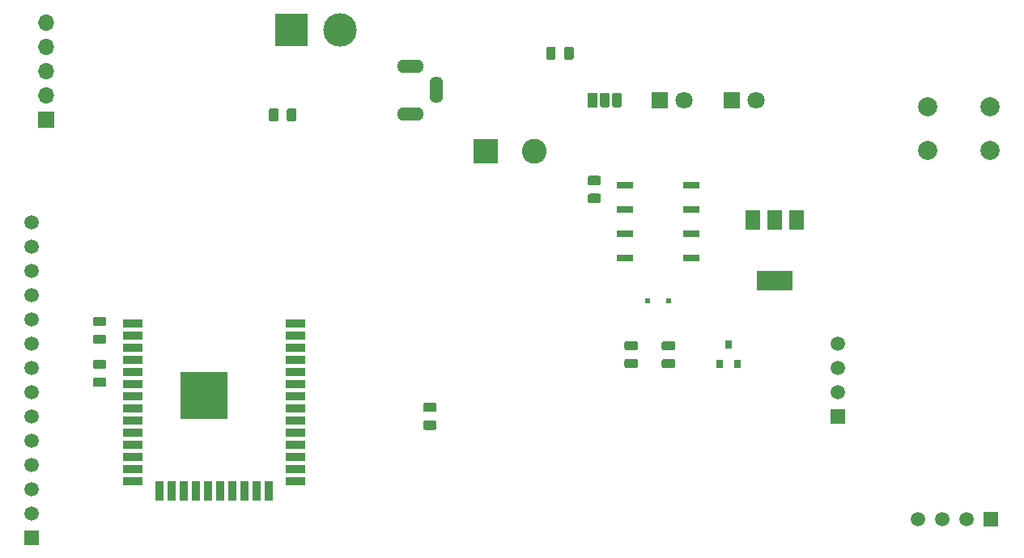
<source format=gbr>
G04 #@! TF.GenerationSoftware,KiCad,Pcbnew,5.1.5+dfsg1-2build2*
G04 #@! TF.CreationDate,2021-09-10T16:14:55+02:00*
G04 #@! TF.ProjectId,cronotempNuevo,63726f6e-6f74-4656-9d70-4e7565766f2e,rev?*
G04 #@! TF.SameCoordinates,Original*
G04 #@! TF.FileFunction,Soldermask,Top*
G04 #@! TF.FilePolarity,Negative*
%FSLAX46Y46*%
G04 Gerber Fmt 4.6, Leading zero omitted, Abs format (unit mm)*
G04 Created by KiCad (PCBNEW 5.1.5+dfsg1-2build2) date 2021-09-10 16:14:55*
%MOMM*%
%LPD*%
G04 APERTURE LIST*
%ADD10C,1.500000*%
%ADD11R,1.500000X1.500000*%
%ADD12R,1.524000X1.524000*%
%ADD13C,0.100000*%
%ADD14C,1.800000*%
%ADD15R,1.800000X1.800000*%
%ADD16R,1.700000X1.700000*%
%ADD17O,1.700000X1.700000*%
%ADD18O,2.800000X1.400000*%
%ADD19O,1.400000X2.800000*%
%ADD20C,2.600000*%
%ADD21R,2.600000X2.600000*%
%ADD22R,0.800000X0.900000*%
%ADD23C,3.500120*%
%ADD24R,3.500120X3.500120*%
%ADD25C,2.000000*%
%ADD26R,5.000000X5.000000*%
%ADD27R,2.000000X0.900000*%
%ADD28R,0.900000X2.000000*%
%ADD29R,1.800000X0.800000*%
%ADD30R,0.500000X0.500000*%
%ADD31R,3.800000X2.000000*%
%ADD32R,1.500000X2.000000*%
%ADD33R,1.050000X1.500000*%
G04 APERTURE END LIST*
D10*
X147328000Y-136470000D03*
X147328000Y-139010000D03*
X147328000Y-141550000D03*
D11*
X147300000Y-144090000D03*
D10*
X63000000Y-123770000D03*
X63000000Y-126310000D03*
X63000000Y-128850000D03*
X63000000Y-131390000D03*
X63000000Y-133930000D03*
X63000000Y-136470000D03*
X63000000Y-139010000D03*
X63000000Y-141550000D03*
X63000000Y-144090000D03*
X63000000Y-146630000D03*
X63000000Y-149170000D03*
X63000000Y-151710000D03*
X63000000Y-154250000D03*
D12*
X63000000Y-156790000D03*
D13*
G36*
X122330142Y-120801174D02*
G01*
X122353803Y-120804684D01*
X122377007Y-120810496D01*
X122399529Y-120818554D01*
X122421153Y-120828782D01*
X122441670Y-120841079D01*
X122460883Y-120855329D01*
X122478607Y-120871393D01*
X122494671Y-120889117D01*
X122508921Y-120908330D01*
X122521218Y-120928847D01*
X122531446Y-120950471D01*
X122539504Y-120972993D01*
X122545316Y-120996197D01*
X122548826Y-121019858D01*
X122550000Y-121043750D01*
X122550000Y-121531250D01*
X122548826Y-121555142D01*
X122545316Y-121578803D01*
X122539504Y-121602007D01*
X122531446Y-121624529D01*
X122521218Y-121646153D01*
X122508921Y-121666670D01*
X122494671Y-121685883D01*
X122478607Y-121703607D01*
X122460883Y-121719671D01*
X122441670Y-121733921D01*
X122421153Y-121746218D01*
X122399529Y-121756446D01*
X122377007Y-121764504D01*
X122353803Y-121770316D01*
X122330142Y-121773826D01*
X122306250Y-121775000D01*
X121393750Y-121775000D01*
X121369858Y-121773826D01*
X121346197Y-121770316D01*
X121322993Y-121764504D01*
X121300471Y-121756446D01*
X121278847Y-121746218D01*
X121258330Y-121733921D01*
X121239117Y-121719671D01*
X121221393Y-121703607D01*
X121205329Y-121685883D01*
X121191079Y-121666670D01*
X121178782Y-121646153D01*
X121168554Y-121624529D01*
X121160496Y-121602007D01*
X121154684Y-121578803D01*
X121151174Y-121555142D01*
X121150000Y-121531250D01*
X121150000Y-121043750D01*
X121151174Y-121019858D01*
X121154684Y-120996197D01*
X121160496Y-120972993D01*
X121168554Y-120950471D01*
X121178782Y-120928847D01*
X121191079Y-120908330D01*
X121205329Y-120889117D01*
X121221393Y-120871393D01*
X121239117Y-120855329D01*
X121258330Y-120841079D01*
X121278847Y-120828782D01*
X121300471Y-120818554D01*
X121322993Y-120810496D01*
X121346197Y-120804684D01*
X121369858Y-120801174D01*
X121393750Y-120800000D01*
X122306250Y-120800000D01*
X122330142Y-120801174D01*
G37*
G36*
X122330142Y-118926174D02*
G01*
X122353803Y-118929684D01*
X122377007Y-118935496D01*
X122399529Y-118943554D01*
X122421153Y-118953782D01*
X122441670Y-118966079D01*
X122460883Y-118980329D01*
X122478607Y-118996393D01*
X122494671Y-119014117D01*
X122508921Y-119033330D01*
X122521218Y-119053847D01*
X122531446Y-119075471D01*
X122539504Y-119097993D01*
X122545316Y-119121197D01*
X122548826Y-119144858D01*
X122550000Y-119168750D01*
X122550000Y-119656250D01*
X122548826Y-119680142D01*
X122545316Y-119703803D01*
X122539504Y-119727007D01*
X122531446Y-119749529D01*
X122521218Y-119771153D01*
X122508921Y-119791670D01*
X122494671Y-119810883D01*
X122478607Y-119828607D01*
X122460883Y-119844671D01*
X122441670Y-119858921D01*
X122421153Y-119871218D01*
X122399529Y-119881446D01*
X122377007Y-119889504D01*
X122353803Y-119895316D01*
X122330142Y-119898826D01*
X122306250Y-119900000D01*
X121393750Y-119900000D01*
X121369858Y-119898826D01*
X121346197Y-119895316D01*
X121322993Y-119889504D01*
X121300471Y-119881446D01*
X121278847Y-119871218D01*
X121258330Y-119858921D01*
X121239117Y-119844671D01*
X121221393Y-119828607D01*
X121205329Y-119810883D01*
X121191079Y-119791670D01*
X121178782Y-119771153D01*
X121168554Y-119749529D01*
X121160496Y-119727007D01*
X121154684Y-119703803D01*
X121151174Y-119680142D01*
X121150000Y-119656250D01*
X121150000Y-119168750D01*
X121151174Y-119144858D01*
X121154684Y-119121197D01*
X121160496Y-119097993D01*
X121168554Y-119075471D01*
X121178782Y-119053847D01*
X121191079Y-119033330D01*
X121205329Y-119014117D01*
X121221393Y-118996393D01*
X121239117Y-118980329D01*
X121258330Y-118966079D01*
X121278847Y-118953782D01*
X121300471Y-118943554D01*
X121322993Y-118935496D01*
X121346197Y-118929684D01*
X121369858Y-118926174D01*
X121393750Y-118925000D01*
X122306250Y-118925000D01*
X122330142Y-118926174D01*
G37*
D14*
X131240000Y-111000000D03*
D15*
X128700000Y-111000000D03*
D16*
X64516000Y-113030000D03*
D17*
X64516000Y-110490000D03*
X64516000Y-107950000D03*
X64516000Y-105410000D03*
X64516000Y-102870000D03*
D13*
G36*
X70580142Y-135551174D02*
G01*
X70603803Y-135554684D01*
X70627007Y-135560496D01*
X70649529Y-135568554D01*
X70671153Y-135578782D01*
X70691670Y-135591079D01*
X70710883Y-135605329D01*
X70728607Y-135621393D01*
X70744671Y-135639117D01*
X70758921Y-135658330D01*
X70771218Y-135678847D01*
X70781446Y-135700471D01*
X70789504Y-135722993D01*
X70795316Y-135746197D01*
X70798826Y-135769858D01*
X70800000Y-135793750D01*
X70800000Y-136281250D01*
X70798826Y-136305142D01*
X70795316Y-136328803D01*
X70789504Y-136352007D01*
X70781446Y-136374529D01*
X70771218Y-136396153D01*
X70758921Y-136416670D01*
X70744671Y-136435883D01*
X70728607Y-136453607D01*
X70710883Y-136469671D01*
X70691670Y-136483921D01*
X70671153Y-136496218D01*
X70649529Y-136506446D01*
X70627007Y-136514504D01*
X70603803Y-136520316D01*
X70580142Y-136523826D01*
X70556250Y-136525000D01*
X69643750Y-136525000D01*
X69619858Y-136523826D01*
X69596197Y-136520316D01*
X69572993Y-136514504D01*
X69550471Y-136506446D01*
X69528847Y-136496218D01*
X69508330Y-136483921D01*
X69489117Y-136469671D01*
X69471393Y-136453607D01*
X69455329Y-136435883D01*
X69441079Y-136416670D01*
X69428782Y-136396153D01*
X69418554Y-136374529D01*
X69410496Y-136352007D01*
X69404684Y-136328803D01*
X69401174Y-136305142D01*
X69400000Y-136281250D01*
X69400000Y-135793750D01*
X69401174Y-135769858D01*
X69404684Y-135746197D01*
X69410496Y-135722993D01*
X69418554Y-135700471D01*
X69428782Y-135678847D01*
X69441079Y-135658330D01*
X69455329Y-135639117D01*
X69471393Y-135621393D01*
X69489117Y-135605329D01*
X69508330Y-135591079D01*
X69528847Y-135578782D01*
X69550471Y-135568554D01*
X69572993Y-135560496D01*
X69596197Y-135554684D01*
X69619858Y-135551174D01*
X69643750Y-135550000D01*
X70556250Y-135550000D01*
X70580142Y-135551174D01*
G37*
G36*
X70580142Y-133676174D02*
G01*
X70603803Y-133679684D01*
X70627007Y-133685496D01*
X70649529Y-133693554D01*
X70671153Y-133703782D01*
X70691670Y-133716079D01*
X70710883Y-133730329D01*
X70728607Y-133746393D01*
X70744671Y-133764117D01*
X70758921Y-133783330D01*
X70771218Y-133803847D01*
X70781446Y-133825471D01*
X70789504Y-133847993D01*
X70795316Y-133871197D01*
X70798826Y-133894858D01*
X70800000Y-133918750D01*
X70800000Y-134406250D01*
X70798826Y-134430142D01*
X70795316Y-134453803D01*
X70789504Y-134477007D01*
X70781446Y-134499529D01*
X70771218Y-134521153D01*
X70758921Y-134541670D01*
X70744671Y-134560883D01*
X70728607Y-134578607D01*
X70710883Y-134594671D01*
X70691670Y-134608921D01*
X70671153Y-134621218D01*
X70649529Y-134631446D01*
X70627007Y-134639504D01*
X70603803Y-134645316D01*
X70580142Y-134648826D01*
X70556250Y-134650000D01*
X69643750Y-134650000D01*
X69619858Y-134648826D01*
X69596197Y-134645316D01*
X69572993Y-134639504D01*
X69550471Y-134631446D01*
X69528847Y-134621218D01*
X69508330Y-134608921D01*
X69489117Y-134594671D01*
X69471393Y-134578607D01*
X69455329Y-134560883D01*
X69441079Y-134541670D01*
X69428782Y-134521153D01*
X69418554Y-134499529D01*
X69410496Y-134477007D01*
X69404684Y-134453803D01*
X69401174Y-134430142D01*
X69400000Y-134406250D01*
X69400000Y-133918750D01*
X69401174Y-133894858D01*
X69404684Y-133871197D01*
X69410496Y-133847993D01*
X69418554Y-133825471D01*
X69428782Y-133803847D01*
X69441079Y-133783330D01*
X69455329Y-133764117D01*
X69471393Y-133746393D01*
X69489117Y-133730329D01*
X69508330Y-133716079D01*
X69528847Y-133703782D01*
X69550471Y-133693554D01*
X69572993Y-133685496D01*
X69596197Y-133679684D01*
X69619858Y-133676174D01*
X69643750Y-133675000D01*
X70556250Y-133675000D01*
X70580142Y-133676174D01*
G37*
G36*
X117580142Y-105401174D02*
G01*
X117603803Y-105404684D01*
X117627007Y-105410496D01*
X117649529Y-105418554D01*
X117671153Y-105428782D01*
X117691670Y-105441079D01*
X117710883Y-105455329D01*
X117728607Y-105471393D01*
X117744671Y-105489117D01*
X117758921Y-105508330D01*
X117771218Y-105528847D01*
X117781446Y-105550471D01*
X117789504Y-105572993D01*
X117795316Y-105596197D01*
X117798826Y-105619858D01*
X117800000Y-105643750D01*
X117800000Y-106556250D01*
X117798826Y-106580142D01*
X117795316Y-106603803D01*
X117789504Y-106627007D01*
X117781446Y-106649529D01*
X117771218Y-106671153D01*
X117758921Y-106691670D01*
X117744671Y-106710883D01*
X117728607Y-106728607D01*
X117710883Y-106744671D01*
X117691670Y-106758921D01*
X117671153Y-106771218D01*
X117649529Y-106781446D01*
X117627007Y-106789504D01*
X117603803Y-106795316D01*
X117580142Y-106798826D01*
X117556250Y-106800000D01*
X117068750Y-106800000D01*
X117044858Y-106798826D01*
X117021197Y-106795316D01*
X116997993Y-106789504D01*
X116975471Y-106781446D01*
X116953847Y-106771218D01*
X116933330Y-106758921D01*
X116914117Y-106744671D01*
X116896393Y-106728607D01*
X116880329Y-106710883D01*
X116866079Y-106691670D01*
X116853782Y-106671153D01*
X116843554Y-106649529D01*
X116835496Y-106627007D01*
X116829684Y-106603803D01*
X116826174Y-106580142D01*
X116825000Y-106556250D01*
X116825000Y-105643750D01*
X116826174Y-105619858D01*
X116829684Y-105596197D01*
X116835496Y-105572993D01*
X116843554Y-105550471D01*
X116853782Y-105528847D01*
X116866079Y-105508330D01*
X116880329Y-105489117D01*
X116896393Y-105471393D01*
X116914117Y-105455329D01*
X116933330Y-105441079D01*
X116953847Y-105428782D01*
X116975471Y-105418554D01*
X116997993Y-105410496D01*
X117021197Y-105404684D01*
X117044858Y-105401174D01*
X117068750Y-105400000D01*
X117556250Y-105400000D01*
X117580142Y-105401174D01*
G37*
G36*
X119455142Y-105401174D02*
G01*
X119478803Y-105404684D01*
X119502007Y-105410496D01*
X119524529Y-105418554D01*
X119546153Y-105428782D01*
X119566670Y-105441079D01*
X119585883Y-105455329D01*
X119603607Y-105471393D01*
X119619671Y-105489117D01*
X119633921Y-105508330D01*
X119646218Y-105528847D01*
X119656446Y-105550471D01*
X119664504Y-105572993D01*
X119670316Y-105596197D01*
X119673826Y-105619858D01*
X119675000Y-105643750D01*
X119675000Y-106556250D01*
X119673826Y-106580142D01*
X119670316Y-106603803D01*
X119664504Y-106627007D01*
X119656446Y-106649529D01*
X119646218Y-106671153D01*
X119633921Y-106691670D01*
X119619671Y-106710883D01*
X119603607Y-106728607D01*
X119585883Y-106744671D01*
X119566670Y-106758921D01*
X119546153Y-106771218D01*
X119524529Y-106781446D01*
X119502007Y-106789504D01*
X119478803Y-106795316D01*
X119455142Y-106798826D01*
X119431250Y-106800000D01*
X118943750Y-106800000D01*
X118919858Y-106798826D01*
X118896197Y-106795316D01*
X118872993Y-106789504D01*
X118850471Y-106781446D01*
X118828847Y-106771218D01*
X118808330Y-106758921D01*
X118789117Y-106744671D01*
X118771393Y-106728607D01*
X118755329Y-106710883D01*
X118741079Y-106691670D01*
X118728782Y-106671153D01*
X118718554Y-106649529D01*
X118710496Y-106627007D01*
X118704684Y-106603803D01*
X118701174Y-106580142D01*
X118700000Y-106556250D01*
X118700000Y-105643750D01*
X118701174Y-105619858D01*
X118704684Y-105596197D01*
X118710496Y-105572993D01*
X118718554Y-105550471D01*
X118728782Y-105528847D01*
X118741079Y-105508330D01*
X118755329Y-105489117D01*
X118771393Y-105471393D01*
X118789117Y-105455329D01*
X118808330Y-105441079D01*
X118828847Y-105428782D01*
X118850471Y-105418554D01*
X118872993Y-105410496D01*
X118896197Y-105404684D01*
X118919858Y-105401174D01*
X118943750Y-105400000D01*
X119431250Y-105400000D01*
X119455142Y-105401174D01*
G37*
D18*
X102616000Y-112442000D03*
X102616000Y-107442000D03*
D19*
X105316000Y-109942000D03*
D13*
G36*
X70580142Y-140051174D02*
G01*
X70603803Y-140054684D01*
X70627007Y-140060496D01*
X70649529Y-140068554D01*
X70671153Y-140078782D01*
X70691670Y-140091079D01*
X70710883Y-140105329D01*
X70728607Y-140121393D01*
X70744671Y-140139117D01*
X70758921Y-140158330D01*
X70771218Y-140178847D01*
X70781446Y-140200471D01*
X70789504Y-140222993D01*
X70795316Y-140246197D01*
X70798826Y-140269858D01*
X70800000Y-140293750D01*
X70800000Y-140781250D01*
X70798826Y-140805142D01*
X70795316Y-140828803D01*
X70789504Y-140852007D01*
X70781446Y-140874529D01*
X70771218Y-140896153D01*
X70758921Y-140916670D01*
X70744671Y-140935883D01*
X70728607Y-140953607D01*
X70710883Y-140969671D01*
X70691670Y-140983921D01*
X70671153Y-140996218D01*
X70649529Y-141006446D01*
X70627007Y-141014504D01*
X70603803Y-141020316D01*
X70580142Y-141023826D01*
X70556250Y-141025000D01*
X69643750Y-141025000D01*
X69619858Y-141023826D01*
X69596197Y-141020316D01*
X69572993Y-141014504D01*
X69550471Y-141006446D01*
X69528847Y-140996218D01*
X69508330Y-140983921D01*
X69489117Y-140969671D01*
X69471393Y-140953607D01*
X69455329Y-140935883D01*
X69441079Y-140916670D01*
X69428782Y-140896153D01*
X69418554Y-140874529D01*
X69410496Y-140852007D01*
X69404684Y-140828803D01*
X69401174Y-140805142D01*
X69400000Y-140781250D01*
X69400000Y-140293750D01*
X69401174Y-140269858D01*
X69404684Y-140246197D01*
X69410496Y-140222993D01*
X69418554Y-140200471D01*
X69428782Y-140178847D01*
X69441079Y-140158330D01*
X69455329Y-140139117D01*
X69471393Y-140121393D01*
X69489117Y-140105329D01*
X69508330Y-140091079D01*
X69528847Y-140078782D01*
X69550471Y-140068554D01*
X69572993Y-140060496D01*
X69596197Y-140054684D01*
X69619858Y-140051174D01*
X69643750Y-140050000D01*
X70556250Y-140050000D01*
X70580142Y-140051174D01*
G37*
G36*
X70580142Y-138176174D02*
G01*
X70603803Y-138179684D01*
X70627007Y-138185496D01*
X70649529Y-138193554D01*
X70671153Y-138203782D01*
X70691670Y-138216079D01*
X70710883Y-138230329D01*
X70728607Y-138246393D01*
X70744671Y-138264117D01*
X70758921Y-138283330D01*
X70771218Y-138303847D01*
X70781446Y-138325471D01*
X70789504Y-138347993D01*
X70795316Y-138371197D01*
X70798826Y-138394858D01*
X70800000Y-138418750D01*
X70800000Y-138906250D01*
X70798826Y-138930142D01*
X70795316Y-138953803D01*
X70789504Y-138977007D01*
X70781446Y-138999529D01*
X70771218Y-139021153D01*
X70758921Y-139041670D01*
X70744671Y-139060883D01*
X70728607Y-139078607D01*
X70710883Y-139094671D01*
X70691670Y-139108921D01*
X70671153Y-139121218D01*
X70649529Y-139131446D01*
X70627007Y-139139504D01*
X70603803Y-139145316D01*
X70580142Y-139148826D01*
X70556250Y-139150000D01*
X69643750Y-139150000D01*
X69619858Y-139148826D01*
X69596197Y-139145316D01*
X69572993Y-139139504D01*
X69550471Y-139131446D01*
X69528847Y-139121218D01*
X69508330Y-139108921D01*
X69489117Y-139094671D01*
X69471393Y-139078607D01*
X69455329Y-139060883D01*
X69441079Y-139041670D01*
X69428782Y-139021153D01*
X69418554Y-138999529D01*
X69410496Y-138977007D01*
X69404684Y-138953803D01*
X69401174Y-138930142D01*
X69400000Y-138906250D01*
X69400000Y-138418750D01*
X69401174Y-138394858D01*
X69404684Y-138371197D01*
X69410496Y-138347993D01*
X69418554Y-138325471D01*
X69428782Y-138303847D01*
X69441079Y-138283330D01*
X69455329Y-138264117D01*
X69471393Y-138246393D01*
X69489117Y-138230329D01*
X69508330Y-138216079D01*
X69528847Y-138203782D01*
X69550471Y-138193554D01*
X69572993Y-138185496D01*
X69596197Y-138179684D01*
X69619858Y-138176174D01*
X69643750Y-138175000D01*
X70556250Y-138175000D01*
X70580142Y-138176174D01*
G37*
D20*
X115570000Y-116332000D03*
D21*
X110490000Y-116332000D03*
D22*
X135900000Y-136600000D03*
X136850000Y-138600000D03*
X134950000Y-138600000D03*
D23*
X95250000Y-103632000D03*
D24*
X90170000Y-103632000D03*
D14*
X138770000Y-111000000D03*
D15*
X136230000Y-111000000D03*
D25*
X156750000Y-111740000D03*
X156750000Y-116240000D03*
X163250000Y-111740000D03*
X163250000Y-116240000D03*
D26*
X81050000Y-141900000D03*
D27*
X73550000Y-134400000D03*
X73550000Y-135670000D03*
X73550000Y-136940000D03*
X73550000Y-138210000D03*
X73550000Y-139480000D03*
X73550000Y-140750000D03*
X73550000Y-142020000D03*
X73550000Y-143290000D03*
X73550000Y-144560000D03*
X73550000Y-145830000D03*
X73550000Y-147100000D03*
X73550000Y-148370000D03*
X73550000Y-149640000D03*
X73550000Y-150910000D03*
D28*
X76335000Y-151910000D03*
X77605000Y-151910000D03*
X78875000Y-151910000D03*
X80145000Y-151910000D03*
X81415000Y-151910000D03*
X82685000Y-151910000D03*
X83955000Y-151910000D03*
X85225000Y-151910000D03*
X86495000Y-151910000D03*
X87765000Y-151910000D03*
D27*
X90550000Y-150910000D03*
X90550000Y-149640000D03*
X90550000Y-148370000D03*
X90550000Y-147100000D03*
X90550000Y-145830000D03*
X90550000Y-144560000D03*
X90550000Y-143290000D03*
X90550000Y-142020000D03*
X90550000Y-140750000D03*
X90550000Y-139480000D03*
X90550000Y-138210000D03*
X90550000Y-136940000D03*
X90550000Y-135670000D03*
X90550000Y-134400000D03*
D11*
X163350000Y-154900000D03*
D10*
X160810000Y-154900000D03*
X158270000Y-154900000D03*
X155730000Y-154900000D03*
D13*
G36*
X88580142Y-111851174D02*
G01*
X88603803Y-111854684D01*
X88627007Y-111860496D01*
X88649529Y-111868554D01*
X88671153Y-111878782D01*
X88691670Y-111891079D01*
X88710883Y-111905329D01*
X88728607Y-111921393D01*
X88744671Y-111939117D01*
X88758921Y-111958330D01*
X88771218Y-111978847D01*
X88781446Y-112000471D01*
X88789504Y-112022993D01*
X88795316Y-112046197D01*
X88798826Y-112069858D01*
X88800000Y-112093750D01*
X88800000Y-113006250D01*
X88798826Y-113030142D01*
X88795316Y-113053803D01*
X88789504Y-113077007D01*
X88781446Y-113099529D01*
X88771218Y-113121153D01*
X88758921Y-113141670D01*
X88744671Y-113160883D01*
X88728607Y-113178607D01*
X88710883Y-113194671D01*
X88691670Y-113208921D01*
X88671153Y-113221218D01*
X88649529Y-113231446D01*
X88627007Y-113239504D01*
X88603803Y-113245316D01*
X88580142Y-113248826D01*
X88556250Y-113250000D01*
X88068750Y-113250000D01*
X88044858Y-113248826D01*
X88021197Y-113245316D01*
X87997993Y-113239504D01*
X87975471Y-113231446D01*
X87953847Y-113221218D01*
X87933330Y-113208921D01*
X87914117Y-113194671D01*
X87896393Y-113178607D01*
X87880329Y-113160883D01*
X87866079Y-113141670D01*
X87853782Y-113121153D01*
X87843554Y-113099529D01*
X87835496Y-113077007D01*
X87829684Y-113053803D01*
X87826174Y-113030142D01*
X87825000Y-113006250D01*
X87825000Y-112093750D01*
X87826174Y-112069858D01*
X87829684Y-112046197D01*
X87835496Y-112022993D01*
X87843554Y-112000471D01*
X87853782Y-111978847D01*
X87866079Y-111958330D01*
X87880329Y-111939117D01*
X87896393Y-111921393D01*
X87914117Y-111905329D01*
X87933330Y-111891079D01*
X87953847Y-111878782D01*
X87975471Y-111868554D01*
X87997993Y-111860496D01*
X88021197Y-111854684D01*
X88044858Y-111851174D01*
X88068750Y-111850000D01*
X88556250Y-111850000D01*
X88580142Y-111851174D01*
G37*
G36*
X90455142Y-111851174D02*
G01*
X90478803Y-111854684D01*
X90502007Y-111860496D01*
X90524529Y-111868554D01*
X90546153Y-111878782D01*
X90566670Y-111891079D01*
X90585883Y-111905329D01*
X90603607Y-111921393D01*
X90619671Y-111939117D01*
X90633921Y-111958330D01*
X90646218Y-111978847D01*
X90656446Y-112000471D01*
X90664504Y-112022993D01*
X90670316Y-112046197D01*
X90673826Y-112069858D01*
X90675000Y-112093750D01*
X90675000Y-113006250D01*
X90673826Y-113030142D01*
X90670316Y-113053803D01*
X90664504Y-113077007D01*
X90656446Y-113099529D01*
X90646218Y-113121153D01*
X90633921Y-113141670D01*
X90619671Y-113160883D01*
X90603607Y-113178607D01*
X90585883Y-113194671D01*
X90566670Y-113208921D01*
X90546153Y-113221218D01*
X90524529Y-113231446D01*
X90502007Y-113239504D01*
X90478803Y-113245316D01*
X90455142Y-113248826D01*
X90431250Y-113250000D01*
X89943750Y-113250000D01*
X89919858Y-113248826D01*
X89896197Y-113245316D01*
X89872993Y-113239504D01*
X89850471Y-113231446D01*
X89828847Y-113221218D01*
X89808330Y-113208921D01*
X89789117Y-113194671D01*
X89771393Y-113178607D01*
X89755329Y-113160883D01*
X89741079Y-113141670D01*
X89728782Y-113121153D01*
X89718554Y-113099529D01*
X89710496Y-113077007D01*
X89704684Y-113053803D01*
X89701174Y-113030142D01*
X89700000Y-113006250D01*
X89700000Y-112093750D01*
X89701174Y-112069858D01*
X89704684Y-112046197D01*
X89710496Y-112022993D01*
X89718554Y-112000471D01*
X89728782Y-111978847D01*
X89741079Y-111958330D01*
X89755329Y-111939117D01*
X89771393Y-111921393D01*
X89789117Y-111905329D01*
X89808330Y-111891079D01*
X89828847Y-111878782D01*
X89850471Y-111868554D01*
X89872993Y-111860496D01*
X89896197Y-111854684D01*
X89919858Y-111851174D01*
X89943750Y-111850000D01*
X90431250Y-111850000D01*
X90455142Y-111851174D01*
G37*
G36*
X126180142Y-136226174D02*
G01*
X126203803Y-136229684D01*
X126227007Y-136235496D01*
X126249529Y-136243554D01*
X126271153Y-136253782D01*
X126291670Y-136266079D01*
X126310883Y-136280329D01*
X126328607Y-136296393D01*
X126344671Y-136314117D01*
X126358921Y-136333330D01*
X126371218Y-136353847D01*
X126381446Y-136375471D01*
X126389504Y-136397993D01*
X126395316Y-136421197D01*
X126398826Y-136444858D01*
X126400000Y-136468750D01*
X126400000Y-136956250D01*
X126398826Y-136980142D01*
X126395316Y-137003803D01*
X126389504Y-137027007D01*
X126381446Y-137049529D01*
X126371218Y-137071153D01*
X126358921Y-137091670D01*
X126344671Y-137110883D01*
X126328607Y-137128607D01*
X126310883Y-137144671D01*
X126291670Y-137158921D01*
X126271153Y-137171218D01*
X126249529Y-137181446D01*
X126227007Y-137189504D01*
X126203803Y-137195316D01*
X126180142Y-137198826D01*
X126156250Y-137200000D01*
X125243750Y-137200000D01*
X125219858Y-137198826D01*
X125196197Y-137195316D01*
X125172993Y-137189504D01*
X125150471Y-137181446D01*
X125128847Y-137171218D01*
X125108330Y-137158921D01*
X125089117Y-137144671D01*
X125071393Y-137128607D01*
X125055329Y-137110883D01*
X125041079Y-137091670D01*
X125028782Y-137071153D01*
X125018554Y-137049529D01*
X125010496Y-137027007D01*
X125004684Y-137003803D01*
X125001174Y-136980142D01*
X125000000Y-136956250D01*
X125000000Y-136468750D01*
X125001174Y-136444858D01*
X125004684Y-136421197D01*
X125010496Y-136397993D01*
X125018554Y-136375471D01*
X125028782Y-136353847D01*
X125041079Y-136333330D01*
X125055329Y-136314117D01*
X125071393Y-136296393D01*
X125089117Y-136280329D01*
X125108330Y-136266079D01*
X125128847Y-136253782D01*
X125150471Y-136243554D01*
X125172993Y-136235496D01*
X125196197Y-136229684D01*
X125219858Y-136226174D01*
X125243750Y-136225000D01*
X126156250Y-136225000D01*
X126180142Y-136226174D01*
G37*
G36*
X126180142Y-138101174D02*
G01*
X126203803Y-138104684D01*
X126227007Y-138110496D01*
X126249529Y-138118554D01*
X126271153Y-138128782D01*
X126291670Y-138141079D01*
X126310883Y-138155329D01*
X126328607Y-138171393D01*
X126344671Y-138189117D01*
X126358921Y-138208330D01*
X126371218Y-138228847D01*
X126381446Y-138250471D01*
X126389504Y-138272993D01*
X126395316Y-138296197D01*
X126398826Y-138319858D01*
X126400000Y-138343750D01*
X126400000Y-138831250D01*
X126398826Y-138855142D01*
X126395316Y-138878803D01*
X126389504Y-138902007D01*
X126381446Y-138924529D01*
X126371218Y-138946153D01*
X126358921Y-138966670D01*
X126344671Y-138985883D01*
X126328607Y-139003607D01*
X126310883Y-139019671D01*
X126291670Y-139033921D01*
X126271153Y-139046218D01*
X126249529Y-139056446D01*
X126227007Y-139064504D01*
X126203803Y-139070316D01*
X126180142Y-139073826D01*
X126156250Y-139075000D01*
X125243750Y-139075000D01*
X125219858Y-139073826D01*
X125196197Y-139070316D01*
X125172993Y-139064504D01*
X125150471Y-139056446D01*
X125128847Y-139046218D01*
X125108330Y-139033921D01*
X125089117Y-139019671D01*
X125071393Y-139003607D01*
X125055329Y-138985883D01*
X125041079Y-138966670D01*
X125028782Y-138946153D01*
X125018554Y-138924529D01*
X125010496Y-138902007D01*
X125004684Y-138878803D01*
X125001174Y-138855142D01*
X125000000Y-138831250D01*
X125000000Y-138343750D01*
X125001174Y-138319858D01*
X125004684Y-138296197D01*
X125010496Y-138272993D01*
X125018554Y-138250471D01*
X125028782Y-138228847D01*
X125041079Y-138208330D01*
X125055329Y-138189117D01*
X125071393Y-138171393D01*
X125089117Y-138155329D01*
X125108330Y-138141079D01*
X125128847Y-138128782D01*
X125150471Y-138118554D01*
X125172993Y-138110496D01*
X125196197Y-138104684D01*
X125219858Y-138101174D01*
X125243750Y-138100000D01*
X126156250Y-138100000D01*
X126180142Y-138101174D01*
G37*
G36*
X130080142Y-136226174D02*
G01*
X130103803Y-136229684D01*
X130127007Y-136235496D01*
X130149529Y-136243554D01*
X130171153Y-136253782D01*
X130191670Y-136266079D01*
X130210883Y-136280329D01*
X130228607Y-136296393D01*
X130244671Y-136314117D01*
X130258921Y-136333330D01*
X130271218Y-136353847D01*
X130281446Y-136375471D01*
X130289504Y-136397993D01*
X130295316Y-136421197D01*
X130298826Y-136444858D01*
X130300000Y-136468750D01*
X130300000Y-136956250D01*
X130298826Y-136980142D01*
X130295316Y-137003803D01*
X130289504Y-137027007D01*
X130281446Y-137049529D01*
X130271218Y-137071153D01*
X130258921Y-137091670D01*
X130244671Y-137110883D01*
X130228607Y-137128607D01*
X130210883Y-137144671D01*
X130191670Y-137158921D01*
X130171153Y-137171218D01*
X130149529Y-137181446D01*
X130127007Y-137189504D01*
X130103803Y-137195316D01*
X130080142Y-137198826D01*
X130056250Y-137200000D01*
X129143750Y-137200000D01*
X129119858Y-137198826D01*
X129096197Y-137195316D01*
X129072993Y-137189504D01*
X129050471Y-137181446D01*
X129028847Y-137171218D01*
X129008330Y-137158921D01*
X128989117Y-137144671D01*
X128971393Y-137128607D01*
X128955329Y-137110883D01*
X128941079Y-137091670D01*
X128928782Y-137071153D01*
X128918554Y-137049529D01*
X128910496Y-137027007D01*
X128904684Y-137003803D01*
X128901174Y-136980142D01*
X128900000Y-136956250D01*
X128900000Y-136468750D01*
X128901174Y-136444858D01*
X128904684Y-136421197D01*
X128910496Y-136397993D01*
X128918554Y-136375471D01*
X128928782Y-136353847D01*
X128941079Y-136333330D01*
X128955329Y-136314117D01*
X128971393Y-136296393D01*
X128989117Y-136280329D01*
X129008330Y-136266079D01*
X129028847Y-136253782D01*
X129050471Y-136243554D01*
X129072993Y-136235496D01*
X129096197Y-136229684D01*
X129119858Y-136226174D01*
X129143750Y-136225000D01*
X130056250Y-136225000D01*
X130080142Y-136226174D01*
G37*
G36*
X130080142Y-138101174D02*
G01*
X130103803Y-138104684D01*
X130127007Y-138110496D01*
X130149529Y-138118554D01*
X130171153Y-138128782D01*
X130191670Y-138141079D01*
X130210883Y-138155329D01*
X130228607Y-138171393D01*
X130244671Y-138189117D01*
X130258921Y-138208330D01*
X130271218Y-138228847D01*
X130281446Y-138250471D01*
X130289504Y-138272993D01*
X130295316Y-138296197D01*
X130298826Y-138319858D01*
X130300000Y-138343750D01*
X130300000Y-138831250D01*
X130298826Y-138855142D01*
X130295316Y-138878803D01*
X130289504Y-138902007D01*
X130281446Y-138924529D01*
X130271218Y-138946153D01*
X130258921Y-138966670D01*
X130244671Y-138985883D01*
X130228607Y-139003607D01*
X130210883Y-139019671D01*
X130191670Y-139033921D01*
X130171153Y-139046218D01*
X130149529Y-139056446D01*
X130127007Y-139064504D01*
X130103803Y-139070316D01*
X130080142Y-139073826D01*
X130056250Y-139075000D01*
X129143750Y-139075000D01*
X129119858Y-139073826D01*
X129096197Y-139070316D01*
X129072993Y-139064504D01*
X129050471Y-139056446D01*
X129028847Y-139046218D01*
X129008330Y-139033921D01*
X128989117Y-139019671D01*
X128971393Y-139003607D01*
X128955329Y-138985883D01*
X128941079Y-138966670D01*
X128928782Y-138946153D01*
X128918554Y-138924529D01*
X128910496Y-138902007D01*
X128904684Y-138878803D01*
X128901174Y-138855142D01*
X128900000Y-138831250D01*
X128900000Y-138343750D01*
X128901174Y-138319858D01*
X128904684Y-138296197D01*
X128910496Y-138272993D01*
X128918554Y-138250471D01*
X128928782Y-138228847D01*
X128941079Y-138208330D01*
X128955329Y-138189117D01*
X128971393Y-138171393D01*
X128989117Y-138155329D01*
X129008330Y-138141079D01*
X129028847Y-138128782D01*
X129050471Y-138118554D01*
X129072993Y-138110496D01*
X129096197Y-138104684D01*
X129119858Y-138101174D01*
X129143750Y-138100000D01*
X130056250Y-138100000D01*
X130080142Y-138101174D01*
G37*
G36*
X105130142Y-144551174D02*
G01*
X105153803Y-144554684D01*
X105177007Y-144560496D01*
X105199529Y-144568554D01*
X105221153Y-144578782D01*
X105241670Y-144591079D01*
X105260883Y-144605329D01*
X105278607Y-144621393D01*
X105294671Y-144639117D01*
X105308921Y-144658330D01*
X105321218Y-144678847D01*
X105331446Y-144700471D01*
X105339504Y-144722993D01*
X105345316Y-144746197D01*
X105348826Y-144769858D01*
X105350000Y-144793750D01*
X105350000Y-145281250D01*
X105348826Y-145305142D01*
X105345316Y-145328803D01*
X105339504Y-145352007D01*
X105331446Y-145374529D01*
X105321218Y-145396153D01*
X105308921Y-145416670D01*
X105294671Y-145435883D01*
X105278607Y-145453607D01*
X105260883Y-145469671D01*
X105241670Y-145483921D01*
X105221153Y-145496218D01*
X105199529Y-145506446D01*
X105177007Y-145514504D01*
X105153803Y-145520316D01*
X105130142Y-145523826D01*
X105106250Y-145525000D01*
X104193750Y-145525000D01*
X104169858Y-145523826D01*
X104146197Y-145520316D01*
X104122993Y-145514504D01*
X104100471Y-145506446D01*
X104078847Y-145496218D01*
X104058330Y-145483921D01*
X104039117Y-145469671D01*
X104021393Y-145453607D01*
X104005329Y-145435883D01*
X103991079Y-145416670D01*
X103978782Y-145396153D01*
X103968554Y-145374529D01*
X103960496Y-145352007D01*
X103954684Y-145328803D01*
X103951174Y-145305142D01*
X103950000Y-145281250D01*
X103950000Y-144793750D01*
X103951174Y-144769858D01*
X103954684Y-144746197D01*
X103960496Y-144722993D01*
X103968554Y-144700471D01*
X103978782Y-144678847D01*
X103991079Y-144658330D01*
X104005329Y-144639117D01*
X104021393Y-144621393D01*
X104039117Y-144605329D01*
X104058330Y-144591079D01*
X104078847Y-144578782D01*
X104100471Y-144568554D01*
X104122993Y-144560496D01*
X104146197Y-144554684D01*
X104169858Y-144551174D01*
X104193750Y-144550000D01*
X105106250Y-144550000D01*
X105130142Y-144551174D01*
G37*
G36*
X105130142Y-142676174D02*
G01*
X105153803Y-142679684D01*
X105177007Y-142685496D01*
X105199529Y-142693554D01*
X105221153Y-142703782D01*
X105241670Y-142716079D01*
X105260883Y-142730329D01*
X105278607Y-142746393D01*
X105294671Y-142764117D01*
X105308921Y-142783330D01*
X105321218Y-142803847D01*
X105331446Y-142825471D01*
X105339504Y-142847993D01*
X105345316Y-142871197D01*
X105348826Y-142894858D01*
X105350000Y-142918750D01*
X105350000Y-143406250D01*
X105348826Y-143430142D01*
X105345316Y-143453803D01*
X105339504Y-143477007D01*
X105331446Y-143499529D01*
X105321218Y-143521153D01*
X105308921Y-143541670D01*
X105294671Y-143560883D01*
X105278607Y-143578607D01*
X105260883Y-143594671D01*
X105241670Y-143608921D01*
X105221153Y-143621218D01*
X105199529Y-143631446D01*
X105177007Y-143639504D01*
X105153803Y-143645316D01*
X105130142Y-143648826D01*
X105106250Y-143650000D01*
X104193750Y-143650000D01*
X104169858Y-143648826D01*
X104146197Y-143645316D01*
X104122993Y-143639504D01*
X104100471Y-143631446D01*
X104078847Y-143621218D01*
X104058330Y-143608921D01*
X104039117Y-143594671D01*
X104021393Y-143578607D01*
X104005329Y-143560883D01*
X103991079Y-143541670D01*
X103978782Y-143521153D01*
X103968554Y-143499529D01*
X103960496Y-143477007D01*
X103954684Y-143453803D01*
X103951174Y-143430142D01*
X103950000Y-143406250D01*
X103950000Y-142918750D01*
X103951174Y-142894858D01*
X103954684Y-142871197D01*
X103960496Y-142847993D01*
X103968554Y-142825471D01*
X103978782Y-142803847D01*
X103991079Y-142783330D01*
X104005329Y-142764117D01*
X104021393Y-142746393D01*
X104039117Y-142730329D01*
X104058330Y-142716079D01*
X104078847Y-142703782D01*
X104100471Y-142693554D01*
X104122993Y-142685496D01*
X104146197Y-142679684D01*
X104169858Y-142676174D01*
X104193750Y-142675000D01*
X105106250Y-142675000D01*
X105130142Y-142676174D01*
G37*
D29*
X132024000Y-127508000D03*
X132024000Y-124968000D03*
X132024000Y-122428000D03*
X132024000Y-119888000D03*
X125024000Y-119888000D03*
X125024000Y-122428000D03*
X125024000Y-124968000D03*
X125024000Y-127508000D03*
D30*
X127400000Y-132000000D03*
X129600000Y-132000000D03*
D31*
X140716000Y-129896000D03*
D32*
X140716000Y-123596000D03*
X138416000Y-123596000D03*
X143016000Y-123596000D03*
D13*
G36*
X123232229Y-110251264D02*
G01*
X123257711Y-110255044D01*
X123282700Y-110261303D01*
X123306954Y-110269982D01*
X123330242Y-110280996D01*
X123352337Y-110294239D01*
X123373028Y-110309585D01*
X123392116Y-110326884D01*
X123409415Y-110345972D01*
X123424761Y-110366663D01*
X123438004Y-110388758D01*
X123449018Y-110412046D01*
X123457697Y-110436300D01*
X123463956Y-110461289D01*
X123467736Y-110486771D01*
X123469000Y-110512500D01*
X123469000Y-111487500D01*
X123467736Y-111513229D01*
X123463956Y-111538711D01*
X123457697Y-111563700D01*
X123449018Y-111587954D01*
X123438004Y-111611242D01*
X123424761Y-111633337D01*
X123409415Y-111654028D01*
X123392116Y-111673116D01*
X123373028Y-111690415D01*
X123352337Y-111705761D01*
X123330242Y-111719004D01*
X123306954Y-111730018D01*
X123282700Y-111738697D01*
X123257711Y-111744956D01*
X123232229Y-111748736D01*
X123206500Y-111750000D01*
X122681500Y-111750000D01*
X122655771Y-111748736D01*
X122630289Y-111744956D01*
X122605300Y-111738697D01*
X122581046Y-111730018D01*
X122557758Y-111719004D01*
X122535663Y-111705761D01*
X122514972Y-111690415D01*
X122495884Y-111673116D01*
X122478585Y-111654028D01*
X122463239Y-111633337D01*
X122449996Y-111611242D01*
X122438982Y-111587954D01*
X122430303Y-111563700D01*
X122424044Y-111538711D01*
X122420264Y-111513229D01*
X122419000Y-111487500D01*
X122419000Y-110512500D01*
X122420264Y-110486771D01*
X122424044Y-110461289D01*
X122430303Y-110436300D01*
X122438982Y-110412046D01*
X122449996Y-110388758D01*
X122463239Y-110366663D01*
X122478585Y-110345972D01*
X122495884Y-110326884D01*
X122514972Y-110309585D01*
X122535663Y-110294239D01*
X122557758Y-110280996D01*
X122581046Y-110269982D01*
X122605300Y-110261303D01*
X122630289Y-110255044D01*
X122655771Y-110251264D01*
X122681500Y-110250000D01*
X123206500Y-110250000D01*
X123232229Y-110251264D01*
G37*
G36*
X124502229Y-110251264D02*
G01*
X124527711Y-110255044D01*
X124552700Y-110261303D01*
X124576954Y-110269982D01*
X124600242Y-110280996D01*
X124622337Y-110294239D01*
X124643028Y-110309585D01*
X124662116Y-110326884D01*
X124679415Y-110345972D01*
X124694761Y-110366663D01*
X124708004Y-110388758D01*
X124719018Y-110412046D01*
X124727697Y-110436300D01*
X124733956Y-110461289D01*
X124737736Y-110486771D01*
X124739000Y-110512500D01*
X124739000Y-111487500D01*
X124737736Y-111513229D01*
X124733956Y-111538711D01*
X124727697Y-111563700D01*
X124719018Y-111587954D01*
X124708004Y-111611242D01*
X124694761Y-111633337D01*
X124679415Y-111654028D01*
X124662116Y-111673116D01*
X124643028Y-111690415D01*
X124622337Y-111705761D01*
X124600242Y-111719004D01*
X124576954Y-111730018D01*
X124552700Y-111738697D01*
X124527711Y-111744956D01*
X124502229Y-111748736D01*
X124476500Y-111750000D01*
X123951500Y-111750000D01*
X123925771Y-111748736D01*
X123900289Y-111744956D01*
X123875300Y-111738697D01*
X123851046Y-111730018D01*
X123827758Y-111719004D01*
X123805663Y-111705761D01*
X123784972Y-111690415D01*
X123765884Y-111673116D01*
X123748585Y-111654028D01*
X123733239Y-111633337D01*
X123719996Y-111611242D01*
X123708982Y-111587954D01*
X123700303Y-111563700D01*
X123694044Y-111538711D01*
X123690264Y-111513229D01*
X123689000Y-111487500D01*
X123689000Y-110512500D01*
X123690264Y-110486771D01*
X123694044Y-110461289D01*
X123700303Y-110436300D01*
X123708982Y-110412046D01*
X123719996Y-110388758D01*
X123733239Y-110366663D01*
X123748585Y-110345972D01*
X123765884Y-110326884D01*
X123784972Y-110309585D01*
X123805663Y-110294239D01*
X123827758Y-110280996D01*
X123851046Y-110269982D01*
X123875300Y-110261303D01*
X123900289Y-110255044D01*
X123925771Y-110251264D01*
X123951500Y-110250000D01*
X124476500Y-110250000D01*
X124502229Y-110251264D01*
G37*
D33*
X121674000Y-111000000D03*
M02*

</source>
